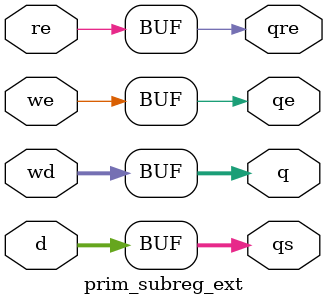
<source format=sv>


module prim_subreg_ext #(
  parameter int unsigned DW = 32
) (
  input          re,
  input          we,
  input [DW-1:0] wd,

  input [DW-1:0] d,

  // output to HW and Reg Read
  output logic          qe,
  output logic          qre,
  output logic [DW-1:0] q,
  output logic [DW-1:0] qs
);

  assign qs = d;
  assign q = wd;
  assign qe = we;
  assign qre = re;

endmodule

</source>
